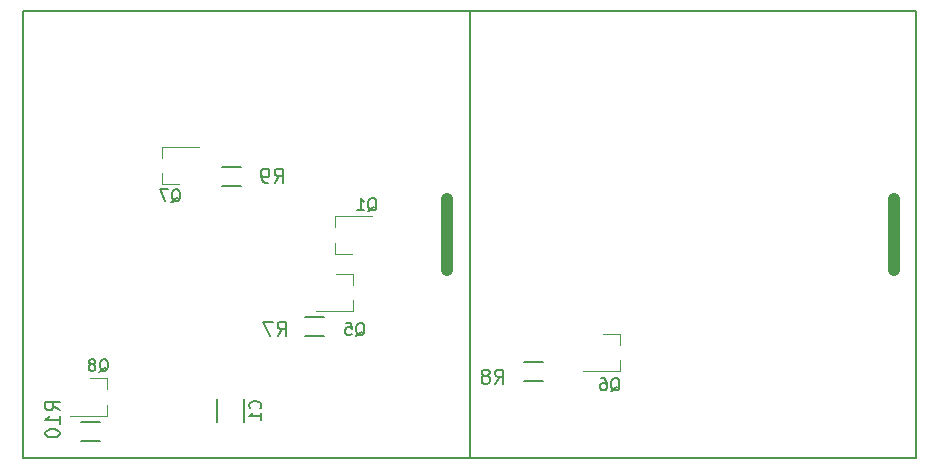
<source format=gbr>
G04 #@! TF.FileFunction,Legend,Bot*
%FSLAX46Y46*%
G04 Gerber Fmt 4.6, Leading zero omitted, Abs format (unit mm)*
G04 Created by KiCad (PCBNEW 4.0.6) date 09/07/17 18:35:35*
%MOMM*%
%LPD*%
G01*
G04 APERTURE LIST*
%ADD10C,0.100000*%
%ADD11C,0.120000*%
%ADD12C,0.160000*%
%ADD13C,1.000000*%
%ADD14C,0.150000*%
%ADD15C,0.200000*%
G04 APERTURE END LIST*
D10*
D11*
X53314000Y-47630000D02*
X53314000Y-48560000D01*
X53314000Y-50790000D02*
X53314000Y-49860000D01*
X53314000Y-50790000D02*
X50154000Y-50790000D01*
X53314000Y-47630000D02*
X51854000Y-47630000D01*
X75920000Y-52710000D02*
X75920000Y-53640000D01*
X75920000Y-55870000D02*
X75920000Y-54940000D01*
X75920000Y-55870000D02*
X72760000Y-55870000D01*
X75920000Y-52710000D02*
X74460000Y-52710000D01*
X37110000Y-40000000D02*
X37110000Y-39070000D01*
X37110000Y-36840000D02*
X37110000Y-37770000D01*
X37110000Y-36840000D02*
X40270000Y-36840000D01*
X37110000Y-40000000D02*
X38570000Y-40000000D01*
X32510000Y-56459000D02*
X32510000Y-57389000D01*
X32510000Y-59619000D02*
X32510000Y-58689000D01*
X32510000Y-59619000D02*
X29350000Y-59619000D01*
X32510000Y-56459000D02*
X31050000Y-56459000D01*
D12*
X50854000Y-52910000D02*
X49254000Y-52910000D01*
X50854000Y-51230000D02*
X49254000Y-51230000D01*
X69380000Y-56720000D02*
X67780000Y-56720000D01*
X69380000Y-55040000D02*
X67780000Y-55040000D01*
X42253000Y-38530000D02*
X43853000Y-38530000D01*
X42253000Y-40210000D02*
X43853000Y-40210000D01*
X31915000Y-61800000D02*
X30315000Y-61800000D01*
X31915000Y-60120000D02*
X30315000Y-60120000D01*
D13*
X99100000Y-41300000D02*
X99100000Y-47300000D01*
D14*
X101000000Y-25400000D02*
X101000000Y-63200000D01*
X101000000Y-63200000D02*
X63200000Y-63200000D01*
X63200000Y-63200000D02*
X63200000Y-25400000D01*
X63200000Y-25400000D02*
X101000000Y-25400000D01*
D13*
X61300000Y-41300000D02*
X61300000Y-47300000D01*
D14*
X63200000Y-25400000D02*
X63200000Y-63200000D01*
X63200000Y-63200000D02*
X25400000Y-63200000D01*
X25400000Y-63200000D02*
X25400000Y-25400000D01*
X25400000Y-25400000D02*
X63200000Y-25400000D01*
D11*
X51794000Y-45903000D02*
X51794000Y-44973000D01*
X51794000Y-42743000D02*
X51794000Y-43673000D01*
X51794000Y-42743000D02*
X54954000Y-42743000D01*
X51794000Y-45903000D02*
X53254000Y-45903000D01*
D12*
X44069000Y-58182000D02*
X44069000Y-60182000D01*
X41783000Y-58182000D02*
X41783000Y-60182000D01*
D14*
X53562238Y-52871619D02*
X53657476Y-52824000D01*
X53752714Y-52728762D01*
X53895571Y-52585905D01*
X53990810Y-52538286D01*
X54086048Y-52538286D01*
X54038429Y-52776381D02*
X54133667Y-52728762D01*
X54228905Y-52633524D01*
X54276524Y-52443048D01*
X54276524Y-52109714D01*
X54228905Y-51919238D01*
X54133667Y-51824000D01*
X54038429Y-51776381D01*
X53847952Y-51776381D01*
X53752714Y-51824000D01*
X53657476Y-51919238D01*
X53609857Y-52109714D01*
X53609857Y-52443048D01*
X53657476Y-52633524D01*
X53752714Y-52728762D01*
X53847952Y-52776381D01*
X54038429Y-52776381D01*
X52705095Y-51776381D02*
X53181286Y-51776381D01*
X53228905Y-52252571D01*
X53181286Y-52204952D01*
X53086048Y-52157333D01*
X52847952Y-52157333D01*
X52752714Y-52204952D01*
X52705095Y-52252571D01*
X52657476Y-52347810D01*
X52657476Y-52585905D01*
X52705095Y-52681143D01*
X52752714Y-52728762D01*
X52847952Y-52776381D01*
X53086048Y-52776381D01*
X53181286Y-52728762D01*
X53228905Y-52681143D01*
X75152238Y-57570619D02*
X75247476Y-57523000D01*
X75342714Y-57427762D01*
X75485571Y-57284905D01*
X75580810Y-57237286D01*
X75676048Y-57237286D01*
X75628429Y-57475381D02*
X75723667Y-57427762D01*
X75818905Y-57332524D01*
X75866524Y-57142048D01*
X75866524Y-56808714D01*
X75818905Y-56618238D01*
X75723667Y-56523000D01*
X75628429Y-56475381D01*
X75437952Y-56475381D01*
X75342714Y-56523000D01*
X75247476Y-56618238D01*
X75199857Y-56808714D01*
X75199857Y-57142048D01*
X75247476Y-57332524D01*
X75342714Y-57427762D01*
X75437952Y-57475381D01*
X75628429Y-57475381D01*
X74342714Y-56475381D02*
X74533191Y-56475381D01*
X74628429Y-56523000D01*
X74676048Y-56570619D01*
X74771286Y-56713476D01*
X74818905Y-56903952D01*
X74818905Y-57284905D01*
X74771286Y-57380143D01*
X74723667Y-57427762D01*
X74628429Y-57475381D01*
X74437952Y-57475381D01*
X74342714Y-57427762D01*
X74295095Y-57380143D01*
X74247476Y-57284905D01*
X74247476Y-57046810D01*
X74295095Y-56951571D01*
X74342714Y-56903952D01*
X74437952Y-56856333D01*
X74628429Y-56856333D01*
X74723667Y-56903952D01*
X74771286Y-56951571D01*
X74818905Y-57046810D01*
X37941238Y-41568619D02*
X38036476Y-41521000D01*
X38131714Y-41425762D01*
X38274571Y-41282905D01*
X38369810Y-41235286D01*
X38465048Y-41235286D01*
X38417429Y-41473381D02*
X38512667Y-41425762D01*
X38607905Y-41330524D01*
X38655524Y-41140048D01*
X38655524Y-40806714D01*
X38607905Y-40616238D01*
X38512667Y-40521000D01*
X38417429Y-40473381D01*
X38226952Y-40473381D01*
X38131714Y-40521000D01*
X38036476Y-40616238D01*
X37988857Y-40806714D01*
X37988857Y-41140048D01*
X38036476Y-41330524D01*
X38131714Y-41425762D01*
X38226952Y-41473381D01*
X38417429Y-41473381D01*
X37655524Y-40473381D02*
X36988857Y-40473381D01*
X37417429Y-41473381D01*
X31845238Y-55919619D02*
X31940476Y-55872000D01*
X32035714Y-55776762D01*
X32178571Y-55633905D01*
X32273810Y-55586286D01*
X32369048Y-55586286D01*
X32321429Y-55824381D02*
X32416667Y-55776762D01*
X32511905Y-55681524D01*
X32559524Y-55491048D01*
X32559524Y-55157714D01*
X32511905Y-54967238D01*
X32416667Y-54872000D01*
X32321429Y-54824381D01*
X32130952Y-54824381D01*
X32035714Y-54872000D01*
X31940476Y-54967238D01*
X31892857Y-55157714D01*
X31892857Y-55491048D01*
X31940476Y-55681524D01*
X32035714Y-55776762D01*
X32130952Y-55824381D01*
X32321429Y-55824381D01*
X31321429Y-55252952D02*
X31416667Y-55205333D01*
X31464286Y-55157714D01*
X31511905Y-55062476D01*
X31511905Y-55014857D01*
X31464286Y-54919619D01*
X31416667Y-54872000D01*
X31321429Y-54824381D01*
X31130952Y-54824381D01*
X31035714Y-54872000D01*
X30988095Y-54919619D01*
X30940476Y-55014857D01*
X30940476Y-55062476D01*
X30988095Y-55157714D01*
X31035714Y-55205333D01*
X31130952Y-55252952D01*
X31321429Y-55252952D01*
X31416667Y-55300571D01*
X31464286Y-55348190D01*
X31511905Y-55443429D01*
X31511905Y-55633905D01*
X31464286Y-55729143D01*
X31416667Y-55776762D01*
X31321429Y-55824381D01*
X31130952Y-55824381D01*
X31035714Y-55776762D01*
X30988095Y-55729143D01*
X30940476Y-55633905D01*
X30940476Y-55443429D01*
X30988095Y-55348190D01*
X31035714Y-55300571D01*
X31130952Y-55252952D01*
D15*
X46935999Y-52866857D02*
X47335999Y-52295429D01*
X47621714Y-52866857D02*
X47621714Y-51666857D01*
X47164571Y-51666857D01*
X47050285Y-51724000D01*
X46993142Y-51781143D01*
X46935999Y-51895429D01*
X46935999Y-52066857D01*
X46993142Y-52181143D01*
X47050285Y-52238286D01*
X47164571Y-52295429D01*
X47621714Y-52295429D01*
X46535999Y-51666857D02*
X45735999Y-51666857D01*
X46250285Y-52866857D01*
X65350999Y-56930857D02*
X65750999Y-56359429D01*
X66036714Y-56930857D02*
X66036714Y-55730857D01*
X65579571Y-55730857D01*
X65465285Y-55788000D01*
X65408142Y-55845143D01*
X65350999Y-55959429D01*
X65350999Y-56130857D01*
X65408142Y-56245143D01*
X65465285Y-56302286D01*
X65579571Y-56359429D01*
X66036714Y-56359429D01*
X64665285Y-56245143D02*
X64779571Y-56188000D01*
X64836714Y-56130857D01*
X64893857Y-56016571D01*
X64893857Y-55959429D01*
X64836714Y-55845143D01*
X64779571Y-55788000D01*
X64665285Y-55730857D01*
X64436714Y-55730857D01*
X64322428Y-55788000D01*
X64265285Y-55845143D01*
X64208142Y-55959429D01*
X64208142Y-56016571D01*
X64265285Y-56130857D01*
X64322428Y-56188000D01*
X64436714Y-56245143D01*
X64665285Y-56245143D01*
X64779571Y-56302286D01*
X64836714Y-56359429D01*
X64893857Y-56473714D01*
X64893857Y-56702286D01*
X64836714Y-56816571D01*
X64779571Y-56873714D01*
X64665285Y-56930857D01*
X64436714Y-56930857D01*
X64322428Y-56873714D01*
X64265285Y-56816571D01*
X64208142Y-56702286D01*
X64208142Y-56473714D01*
X64265285Y-56359429D01*
X64322428Y-56302286D01*
X64436714Y-56245143D01*
X46681999Y-39912857D02*
X47081999Y-39341429D01*
X47367714Y-39912857D02*
X47367714Y-38712857D01*
X46910571Y-38712857D01*
X46796285Y-38770000D01*
X46739142Y-38827143D01*
X46681999Y-38941429D01*
X46681999Y-39112857D01*
X46739142Y-39227143D01*
X46796285Y-39284286D01*
X46910571Y-39341429D01*
X47367714Y-39341429D01*
X46110571Y-39912857D02*
X45881999Y-39912857D01*
X45767714Y-39855714D01*
X45710571Y-39798571D01*
X45596285Y-39627143D01*
X45539142Y-39398571D01*
X45539142Y-38941429D01*
X45596285Y-38827143D01*
X45653428Y-38770000D01*
X45767714Y-38712857D01*
X45996285Y-38712857D01*
X46110571Y-38770000D01*
X46167714Y-38827143D01*
X46224857Y-38941429D01*
X46224857Y-39227143D01*
X46167714Y-39341429D01*
X46110571Y-39398571D01*
X45996285Y-39455714D01*
X45767714Y-39455714D01*
X45653428Y-39398571D01*
X45596285Y-39341429D01*
X45539142Y-39227143D01*
X28482857Y-59172572D02*
X27911429Y-58772572D01*
X28482857Y-58486857D02*
X27282857Y-58486857D01*
X27282857Y-58944000D01*
X27340000Y-59058286D01*
X27397143Y-59115429D01*
X27511429Y-59172572D01*
X27682857Y-59172572D01*
X27797143Y-59115429D01*
X27854286Y-59058286D01*
X27911429Y-58944000D01*
X27911429Y-58486857D01*
X28482857Y-60315429D02*
X28482857Y-59629714D01*
X28482857Y-59972572D02*
X27282857Y-59972572D01*
X27454286Y-59858286D01*
X27568571Y-59744000D01*
X27625714Y-59629714D01*
X27282857Y-61058286D02*
X27282857Y-61172571D01*
X27340000Y-61286857D01*
X27397143Y-61344000D01*
X27511429Y-61401143D01*
X27740000Y-61458286D01*
X28025714Y-61458286D01*
X28254286Y-61401143D01*
X28368571Y-61344000D01*
X28425714Y-61286857D01*
X28482857Y-61172571D01*
X28482857Y-61058286D01*
X28425714Y-60944000D01*
X28368571Y-60886857D01*
X28254286Y-60829714D01*
X28025714Y-60772571D01*
X27740000Y-60772571D01*
X27511429Y-60829714D01*
X27397143Y-60886857D01*
X27340000Y-60944000D01*
X27282857Y-61058286D01*
D14*
X54578238Y-42330619D02*
X54673476Y-42283000D01*
X54768714Y-42187762D01*
X54911571Y-42044905D01*
X55006810Y-41997286D01*
X55102048Y-41997286D01*
X55054429Y-42235381D02*
X55149667Y-42187762D01*
X55244905Y-42092524D01*
X55292524Y-41902048D01*
X55292524Y-41568714D01*
X55244905Y-41378238D01*
X55149667Y-41283000D01*
X55054429Y-41235381D01*
X54863952Y-41235381D01*
X54768714Y-41283000D01*
X54673476Y-41378238D01*
X54625857Y-41568714D01*
X54625857Y-41902048D01*
X54673476Y-42092524D01*
X54768714Y-42187762D01*
X54863952Y-42235381D01*
X55054429Y-42235381D01*
X53673476Y-42235381D02*
X54244905Y-42235381D01*
X53959191Y-42235381D02*
X53959191Y-41235381D01*
X54054429Y-41378238D01*
X54149667Y-41473476D01*
X54244905Y-41521095D01*
D12*
X45442143Y-59015334D02*
X45489762Y-58967715D01*
X45537381Y-58824858D01*
X45537381Y-58729620D01*
X45489762Y-58586762D01*
X45394524Y-58491524D01*
X45299286Y-58443905D01*
X45108810Y-58396286D01*
X44965952Y-58396286D01*
X44775476Y-58443905D01*
X44680238Y-58491524D01*
X44585000Y-58586762D01*
X44537381Y-58729620D01*
X44537381Y-58824858D01*
X44585000Y-58967715D01*
X44632619Y-59015334D01*
X45537381Y-59967715D02*
X45537381Y-59396286D01*
X45537381Y-59682000D02*
X44537381Y-59682000D01*
X44680238Y-59586762D01*
X44775476Y-59491524D01*
X44823095Y-59396286D01*
M02*

</source>
